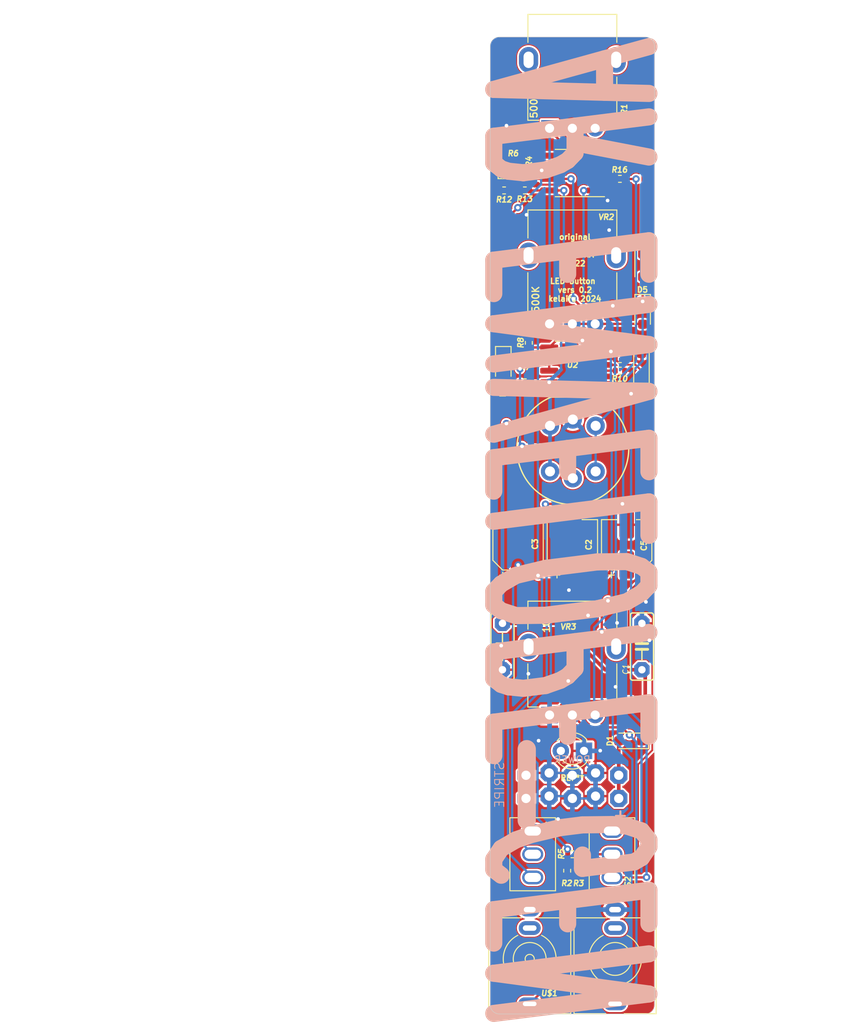
<source format=kicad_pcb>
(kicad_pcb (version 20240108) (generator "pcbnew") (generator_version "8.0")
  (layers (0 "F.Cu" signal) (31 "B.Cu" signal) (34 "B.Paste" user) (35 "F.Paste" user) (36 "B.SilkS" user "B.Silkscreen") (37 "F.SilkS" user "F.Silkscreen") (38 "B.Mask" user) (39 "F.Mask" user) (44 "Edge.Cuts" user))
  (net 0 "")
  (net 1 "GND")
  (net 2 "VCC")
  (net 3 "VCOMP")
  (net 4 "VREF")
  (net 5 "N$20")
  (net 6 "N$21")
  (net 7 "N$22")
  (net 8 "N$23")
  (net 9 "N$24")
  (net 10 "N$25")
  (net 11 "N$26")
  (net 12 "N$27")
  (net 13 "N$28")
  (net 14 "N$29")
  (net 15 "N$30")
  (net 16 "N$32")
  (net 17 "N$48")
  (net 18 "N$33")
  (net 19 "N$1")
  (net 20 "N$2")
  (net 21 "N$3")
  (net 22 "N$4")
  (net 23 "N$5")
  (net 24 "N$6")
  (footprint "Resistor_SMD:R_0402_1005Metric" (layer "F.Cu") (at 4.78 18.09 90)
    (property "Reference" "R4" (at 1.44 -0.025 90) (layer "F.SilkS") (effects (font (size 0.6 0.6) (thickness 0.15) (italic yes))))
    (property "Value" "22K")
    (pad "1" smd roundrect (at -0.509999 0 90) (size 0.54 0.64) (layers "F.Cu" "F.Paste" "F.Mask") (net 9 "N$24"))
    (pad "2" smd roundrect (at 0.509999 0 90) (size 0.54 0.64) (layers "F.Cu" "F.Paste" "F.Mask") (net 16 "N$32"))
  )
  (footprint "Capacitor_SMD:CP_Elec_5x5.4" (layer "F.Cu") (at 15.45 58.62 90)
    (property "Reference" "C5" (at -0.08 1.89 90) (layer "F.SilkS") (effects (font (size 0.6 0.6))))
    (property "Value" "10U")
    (pad "1" smd roundrect (at -2.2 0 90) (size 3 1.6) (layers "F.Cu" "F.Paste" "F.Mask") (roundrect_rratio 0.15625) (net 2 "VCC"))
    (pad "2" smd roundrect (at 2.2 0 90) (size 3 1.6) (layers "F.Cu" "F.Paste" "F.Mask") (roundrect_rratio 0.15625) (net 1 "GND"))
  )
  (footprint "Diode_SMD:D_SOD-323_HandSoldering" (layer "F.Cu") (at 17.2 33.21 -90)
    (property "Reference" "D5" (at -2.53 0.02 0) (layer "F.SilkS") (effects (font (size 0.6 0.6))))
    (property "Value" "4148")
    (pad "1" smd roundrect (at -1.25 0 270) (size 1 1) (layers "F.Cu" "F.Paste" "F.Mask") (net 12 "N$27"))
    (pad "2" smd roundrect (at 1.25 0 270) (size 1 1) (layers "F.Cu" "F.Paste" "F.Mask") (net 13 "N$28"))
  )
  (footprint "Resistor_SMD:R_0603_1608Metric" (layer "F.Cu") (at 3 17.75 -90)
    (property "Reference" "R6" (at -2 0 0) (layer "F.SilkS") (effects (font (size 0.6 0.6) (thickness 0.15) (italic yes))))
    (property "Value" "82K" (at -1 1.25 90) (layer "F.SilkS" knockout) (effects (font (size 0.6 0.6) (thickness 0.12) (bold yes) (italic yes)) (justify right)))
    (pad "1" smd roundrect (at -0.825 0 270) (size 0.8 0.95) (layers "F.Cu" "F.Paste" "F.Mask") (net 16 "N$32"))
    (pad "2" smd roundrect (at 0.825 0 270) (size 0.8 0.95) (layers "F.Cu" "F.Paste" "F.Mask") (net 4 "VREF"))
  )
  (footprint "Package_SO:SOP-8_3.76x4.96mm_P1.27mm" (layer "F.Cu") (at 9.5 38.91 180)
    (property "Reference" "U2" (at 0 0 0) (layer "F.SilkS") (effects (font (size 0.6 0.6) (thickness 0.15) (italic yes))))
    (property "Value" "LM358")
    (pad "1" smd roundrect (at -2.5375 -1.905 180) (size 1.975 0.65) (layers "F.Cu" "F.Paste" "F.Mask") (net 8 "N$23"))
    (pad "2" smd roundrect (at -2.5375 -0.635 180) (size 1.975 0.65) (layers "F.Cu" "F.Paste" "F.Mask") (net 3 "VCOMP"))
    (pad "3" smd roundrect (at -2.5375 0.635 180) (size 1.975 0.65) (layers "F.Cu" "F.Paste" "F.Mask") (net 5 "N$20"))
    (pad "4" smd roundrect (at -2.5375 1.905 180) (size 1.975 0.65) (layers "F.Cu" "F.Paste" "F.Mask") (net 1 "GND"))
    (pad "5" smd roundrect (at 2.5375 1.905 180) (size 1.975 0.65) (layers "F.Cu" "F.Paste" "F.Mask") (net 17 "N$48"))
    (pad "6" smd roundrect (at 2.5375 0.635 180) (size 1.975 0.65) (layers "F.Cu" "F.Paste" "F.Mask") (net 23 "N$5"))
    (pad "7" smd roundrect (at 2.5375 -0.635 180) (size 1.975 0.65) (layers "F.Cu" "F.Paste" "F.Mask") (net 23 "N$5"))
    (pad "8" smd roundrect (at 2.5375 -1.905 180) (size 1.975 0.65) (layers "F.Cu" "F.Paste" "F.Mask") (net 2 "VCC"))
  )
  (footprint "Package_SO:SOP-8_3.76x4.96mm_P1.27mm" (layer "F.Cu") (at 9.5 17.9 180)
    (property "Reference" "U1" (at -0.14 1.72 0) (layer "F.SilkS") (effects (font (size 0.6 0.6) (thickness 0.15) (italic yes))))
    (property "Value" "LM358")
    (pad "1" smd roundrect (at -2.5375 -1.905 180) (size 1.975 0.65) (layers "F.Cu" "F.Paste" "F.Mask") (net 17 "N$48"))
    (pad "2" smd roundrect (at -2.5375 -0.635 180) (size 1.975 0.65) (layers "F.Cu" "F.Paste" "F.Mask") (net 17 "N$48"))
    (pad "3" smd roundrect (at -2.5375 0.635 180) (size 1.975 0.65) (layers "F.Cu" "F.Paste" "F.Mask") (net 15 "N$30"))
    (pad "4" smd roundrect (at -2.5375 1.905 180) (size 1.975 0.65) (layers "F.Cu" "F.Paste" "F.Mask") (net 1 "GND"))
    (pad "5" smd roundrect (at 2.5375 1.905 180) (size 1.975 0.65) (layers "F.Cu" "F.Paste" "F.Mask") (net 16 "N$32"))
    (pad "6" smd roundrect (at 2.5375 0.635 180) (size 1.975 0.65) (layers "F.Cu" "F.Paste" "F.Mask") (net 18 "N$33"))
    (pad "7" smd roundrect (at 2.5375 -0.635 180) (size 1.975 0.65) (layers "F.Cu" "F.Paste" "F.Mask") (net 9 "N$24"))
    (pad "8" smd roundrect (at 2.5375 -1.905 180) (size 1.975 0.65) (layers "F.Cu" "F.Paste" "F.Mask") (net 2 "VCC"))
  )
  (footprint "Resistor_SMD:R_0402_1005Metric" (layer "F.Cu") (at 14.710001 18.535)
    (property "Reference" "R16" (at -0.050001 -0.995 0) (layer "F.SilkS") (effects (font (size 0.6 0.6) (thickness 0.15) (italic yes))))
    (property "Value" "4K7")
    (pad "1" smd roundrect (at -0.51 0) (size 0.54 0.64) (layers "F.Cu" "F.Paste" "F.Mask") (net 17 "N$48"))
    (pad "2" smd roundrect (at 0.51 0) (size 0.54 0.64) (layers "F.Cu" "F.Paste" "F.Mask") (net 22 "N$4"))
  )
  (footprint "_kicad_footprints:Potentiometer_Alpha_RD901F-40-00D_Single_Vertical_centered" (layer "F.Cu") (at 9.5 69.759375 90)
    (property "Reference" "VR3" (at 2.165 -0.460001 0) (layer "F.SilkS") (effects (font (size 0.6 0.6) (thickness 0.15) (italic yes))))
    (property "Value" "100K")
    (fp_text user "${VALUE}" (at 2.955001 -2.850001 90) (layer "F.SilkS") (effects (font (size 0.75 0.75))))
    (pad "" thru_hole oval (at 0 -4.800001 180) (size 2.1 2.8) (drill oval 1.1 1.8) (layers "*.Cu" "*.Mask"))
    (pad "" thru_hole oval (at 0 4.800001 180) (size 2.1 2.8) (drill oval 1.1 1.8) (layers "*.Cu" "*.Mask"))
    (pad "1" thru_hole rect (at -7.5 -2.5 180) (size 1.8 1.8) (drill 1) (layers "*.Cu" "*.Mask") (net 1 "GND"))
    (pad "2" thru_hole circle (at -7.5 0 180) (size 1.8 1.8) (drill 1) (layers "*.Cu" "*.Mask") (net 21 "N$3"))
    (pad "3" thru_hole circle (at -7.5 2.5 180) (size 1.8 1.8) (drill 1) (layers "*.Cu" "*.Mask") (net 22 "N$4"))
  )
  (footprint "000_7,5MM_FOIL_STANDARD" (layer "F.Cu") (at 17.12 69.759375 90)
    (property "Reference" "C1" (at -3.160625 -1.78 90) (layer "F.SilkS") (effects (font (size 0.6 0.6) (thickness 0.09144) (italic yes)) (justify left)))
    (property "Value" "100N")
    (pad "1" thru_hole roundrect (at -2.54 0 90) (size 1.6764 1.6764) (drill 0.8128) (layers "*.Cu" "*.Mask") (chamfer_ratio 0.25) (chamfer top_left top_right bottom_left bottom_right) (net 2 "VCC"))
    (pad "2" thru_hole roundrect (at 2.54 0 90) (size 1.6764 1.6764) (drill 0.8128) (layers "*.Cu" "*.Mask") (chamfer_ratio 0.25) (chamfer top_left top_right bottom_left bottom_right) (net 1 "GND"))
  )
  (footprint "Diode_SMD:D_SOD-323_HandSoldering" (layer "F.Cu") (at 15.84 80.09 180)
    (property "Reference" "D1" (at 2.22 0.01 -90) (layer "F.SilkS") (effects (font (size 0.6 0.6))))
    (property "Value" "5817")
    (pad "1" smd roundrect (at -1.25 0 180) (size 1 1) (layers "F.Cu" "F.Paste" "F.Mask") (net 2 "VCC"))
    (pad "2" smd roundrect (at 1.25 0 180) (size 1 1) (layers "F.Cu" "F.Paste" "F.Mask") (net 19 "N$1"))
  )
  (footprint "_kicad_footprints:thonkiconn_offset" (layer "F.Cu") (at 14.178334 103.9725)
    (property "Reference" "U$2" (at 2.14 3.76 0) (layer "F.SilkS") (effects (font (size 0.6 0.6) (thickness 0.15) (italic yes))))
    (property "Value" "OUT")
    (pad "GND" thru_hole oval (at 0 -5.4 180) (size 2.2 1.5) (drill oval 1.3 0.6) (layers "*.Cu" "*.Mask") (net 1 "GND"))
    (pad "P$1" thru_hole oval (at 0 4.92 180) (size 2.5 1.4) (drill oval 1.5 0.5) (layers "*.Cu" "*.Mask") (net 21 "N$3"))
    (pad "TN" thru_hole oval (at 0 -3.38 180) (size 2.4 1.5) (drill oval 1.5 0.6) (layers "*.Cu" "*.Mask"))
  )
  (footprint "Diode_SMD:D_SOD-323_HandSoldering" (layer "F.Cu") (at 17.070002 38.91 90)
    (property "Reference" "D3" (at 2.53 -0.020002 180) (layer "F.SilkS") (effects (font (size 0.6 0.6))))
    (property "Value" "bat85")
    (pad "1" smd roundrect (at -1.25 0 90) (size 1 1) (layers "F.Cu" "F.Paste" "F.Mask") (net 5 "N$20"))
    (pad "2" smd roundrect (at 1.25 0 90) (size 1 1) (layers "F.Cu" "F.Paste" "F.Mask") (net 1 "GND"))
  )
  (footprint "Resistor_SMD:R_0402_1005Metric" (layer "F.Cu") (at 10.2 94.309999 90)
    (property "Reference" "R3" (at -1.380001 -0.04 0) (layer "F.SilkS") (effects (font (size 0.6 0.6) (thickness 0.15) (italic yes))))
    (property "Value" "100k")
    (pad "1" smd roundrect (at -0.509999 0 90) (size 0.54 0.64) (layers "F.Cu" "F.Paste" "F.Mask") (net 1 "GND"))
    (pad "2" smd roundrect (at 0.509999 0 90) (size 0.54 0.64) (layers "F.Cu" "F.Paste" "F.Mask") (net 5 "N$20"))
  )
  (footprint "Resistor_SMD:R_0402_1005Metric" (layer "F.Cu") (at 4.29 40.815)
    (property "Reference" "R11" (at -0.01 0.855 0) (layer "F.SilkS") (effects (font (size 0.6 0.6) (thickness 0.15) (italic yes))))
    (property "Value" "22K")
    (pad "1" smd roundrect (at -0.51 0) (size 0.54 0.64) (layers "F.Cu" "F.Paste" "F.Mask") (net 3 "VCOMP"))
    (pad "2" smd roundrect (at 0.51 0) (size 0.54 0.64) (layers "F.Cu" "F.Paste" "F.Mask") (net 2 "VCC"))
  )
  (footprint "Button_Switch_THT:Push_E-Switch_KS01Q01" (layer "F.Cu") (at 12.05 50.58245 180)
    (property "Reference" "REF**" (hide yes))
    (property "Value" "Push_E-Switch_KS01Q01")
    (pad "1" thru_hole circle (at 0 0 180) (size 2 2) (drill 1.1) (layers "*.Cu" "*.Mask") (net 7 "N$22"))
    (pad "2" thru_hole circle (at 5 0 180) (size 2 2) (drill 1.1) (layers "*.Cu" "*.Mask") (net 2 "VCC"))
    (pad "3" thru_hole circle (at 0 5 180) (size 2 2) (drill 1.1) (layers "*.Cu" "*.Mask") (net 7 "N$22"))
    (pad "4" thru_hole circle (at 5 5 180) (size 2 2) (drill 1.1) (layers "*.Cu" "*.Mask") (net 2 "VCC"))
    (pad "LED+" thru_hole circle (at 2.5 -0.75 180) (size 2 2) (drill 1.1) (layers "*.Cu" "*.Mask") (net 24 "N$6"))
    (pad "LED-" thru_hole circle (at 2.5 5.69 180) (size 2 2) (drill 1.1) (layers "*.Cu" "*.Mask") (net 1 "GND"))
  )
  (footprint "Capacitor_SMD:CP_Elec_5x5.4" (layer "F.Cu") (at 9.5 58.62 90)
    (property "Reference" "C2" (at 0.01 1.8 90) (layer "F.SilkS") (effects (font (size 0.6 0.6))))
    (property "Value" "2U2")
    (pad "1" smd roundrect (at -2.2 0 90) (size 3 1.6) (layers "F.Cu" "F.Paste" "F.Mask") (roundrect_rratio 0.15625) (net 15 "N$30"))
    (pad "2" smd roundrect (at 2.2 0 90) (size 3 1.6) (layers "F.Cu" "F.Paste" "F.Mask") (roundrect_rratio 0.15625) (net 1 "GND"))
  )
  (footprint "Resistor_SMD:R_0402_1005Metric" (layer "F.Cu") (at 14.710001 38.275)
    (property "Reference" "R1" (at 0.009999 -0.855 0) (layer "F.SilkS") (effects (font (size 0.6 0.6) (thickness 0.15) (italic yes))))
    (property "Value" "22K")
    (pad "1" smd roundrect (at -0.509999 0) (size 0.54 0.64) (layers "F.Cu" "F.Paste" "F.Mask") (net 5 "N$20"))
    (pad "2" smd roundrect (at 0.509999 0) (size 0.54 0.64) (layers "F.Cu" "F.Paste" "F.Mask") (net 7 "N$22"))
  )
  (footprint "_new kicad footprints:sm_SPDT_rec_lug.2" (layer "F.Cu") (at 5.155001 92.507477 180)
    (property "Reference" "S3" (at -1.797666 2.9615 -90) (layer "F.SilkS") (effects (font (size 0.6 0.6) (thickness 0.15) (italic yes))))
    (property "Value" "TIME")
    (pad "1" thru_hole oval (at 0 -2.54 180) (size 2.3 1.5) (drill oval 1.8 1) (layers "*.Cu" "*.Mask") (net 14 "N$29"))
    (pad "2" thru_hole oval (at 0 0 180) (size 2.3 1.5) (drill oval 1.8 1) (layers "*.Cu" "*.Mask") (net 15 "N$30"))
    (pad "3" thru_hole oval (at 0 2.54 180) (size 2.3 1.5) (drill oval 1.8 1) (layers "*.Cu" "*.Mask"))
  )
  (footprint "000_7,5MM_FOIL_STANDARD" (layer "F.Cu") (at 1.84 69.759375 -90)
    (property "Reference" "C4" (at -4.26 -0.63 0) (layer "F.SilkS") (effects (font (size 0.6 0.6) (thickness 0.09144) (italic yes)) (justify right)))
    (property "Value" "100N")
    (pad "1" thru_hole roundrect (at -2.54 0 270) (size 1.6764 1.6764) (drill 0.8128) (layers "*.Cu" "*.Mask") (chamfer_ratio 0.25) (chamfer top_left top_right bottom_left bottom_right) (net 2 "VCC"))
    (pad "2" thru_hole roundrect (at 2.54 0 270) (size 1.6764 1.6764) (drill 0.8128) (layers "*.Cu" "*.Mask") (chamfer_ratio 0.25) (chamfer top_left top_right bottom_left bottom_right) (net 1 "GND"))
  )
  (footprint "Resistor_SMD:R_0603_1608Metric" (layer "F.Cu") (at 16.66 75.73)
    (property "Reference" "REF**" (hide yes))
    (property "Value" "1k")
    (pad "1" smd roundrect (at -0.825 0) (size 0.8 0.95) (layers "F.Cu" "F.Paste" "F.Mask") (net 2 "VCC"))
    (pad "2" smd roundrect (at 0.825 0) (size 0.8 0.95) (layers "F.Cu" "F.Paste" "F.Mask") (net 2 "VCC"))
  )
  (footprint "Resistor_SMD:R_0402_1005Metric" (layer "F.Cu") (at 14.710001 39.545 180)
    (property "Reference" "R10" (at 0.040001 -0.885 0) (layer "F.SilkS") (effects (font (size 0.6 0.6) (thickness 0.15) (italic yes))))
    (property "Value" "2K2")
    (pad "1" smd roundrect (at -0.51 0 180) (size 0.54 0.64) (layers "F.Cu" "F.Paste" "F.Mask") (net 1 "GND"))
    (pad "2" smd roundrect (at 0.51 0 180) (size 0.54 0.64) (layers "F.Cu" "F.Paste" "F.Mask") (net 3 "VCOMP"))
  )
  (footprint "_kicad_footprints:thonkiconn_offset" (layer "F.Cu") (at 4.821667 103.9725)
    (property "Reference" "U$1" (at 2.14 3.76 0) (layer "F.SilkS") (effects (font (size 0.6 0.6) (thickness 0.15) (italic yes))))
    (property "Value" "GATE")
    (pad "GND" thru_hole oval (at 0 -5.4 180) (size 2.2 1.5) (drill oval 1.3 0.6) (layers "*.Cu" "*.Mask") (net 1 "GND"))
    (pad "P$1" thru_hole oval (at 0 4.92 180) (size 2.5 1.4) (drill oval 1.5 0.5) (layers "*.Cu" "*.Mask") (net 6 "N$21"))
    (pad "TN" thru_hole oval (at 0 -3.38 180) (size 2.4 1.5) (drill oval 1.5 0.6) (layers "*.Cu" "*.Mask"))
  )
  (footprint "Diode_SMD:D_SOD-323_HandSoldering" (layer "F.Cu") (at 1.93 38.91 -90)
    (property "Reference" "D2" (at 2.95 0.04 -90) (layer "F.SilkS") (effects (font (size 0.6 0.6))))
    (property "Value" "bat85")
    (pad "1" smd roundrect (at -1.25 0 270) (size 1 1) (layers "F.Cu" "F.Paste" "F.Mask") (net 17 "N$48"))
    (pad "2" smd roundrect (at 1.25 0 270) (size 1 1) (layers "F.Cu" "F.Paste" "F.Mask") (net 1 "GND"))
  )
  (footprint "Resistor_SMD:R_0402_1005Metric" (layer "F.Cu") (at 4.73 36.495001 90)
    (property "Reference" "R8" (at -0.014999 -0.89 90) (layer "F.SilkS") (effects (font (size 0.6 0.6) (thickness 0.15) (italic yes))))
    (property "Value" "100K")
    (pad "1" smd roundrect (at -0.509999 0 90) (size 0.54 0.64) (layers "F.Cu" "F.Paste" "F.Mask") (net 17 "N$48"))
    (pad "2" smd roundrect (at 0.509999 0 90) (size 0.54 0.64) (layers "F.Cu" "F.Paste" "F.Mask") (net 18 "N$33"))
  )
  (footprint "Diode_SMD:D_SOD-323_HandSoldering" (layer "F.Cu") (at 17.2 28.01 -90)
    (property "Reference" "D4" (at -2.49 0.01 0) (layer "F.SilkS") (effects (font (size 0.6 0.6))))
    (property "Value" "4148")
    (pad "1" smd roundrect (at -1.25 0 270) (size 1 1) (layers "F.Cu" "F.Paste" "F.Mask") (net 11 "N$26"))
    (pad "2" smd roundrect (at 1.25 0 270) (size 1 1) (layers "F.Cu" "F.Paste" "F.Mask") (net 12 "N$27"))
  )
  (footprint "Capacitor_SMD:CP_Elec_5x5.4" (layer "F.Cu") (at 3.55 58.62 90)
    (property "Reference" "C3" (at 0.08 1.86 90) (layer "F.SilkS") (effects (font (size 0.6 0.6))))
    (property "Value" "10U")
    (pad "1" smd roundrect (at -2.2 0 90) (size 3 1.6) (layers "F.Cu" "F.Paste" "F.Mask") (roundrect_rratio 0.15625) (net 14 "N$29"))
    (pad "2" smd roundrect (at 2.2 0 90) (size 3 1.6) (layers "F.Cu" "F.Paste" "F.Mask") (roundrect_rratio 0.15625) (net 1 "GND"))
  )
  (footprint "Resistor_SMD:R_0402_1005Metric" (layer "F.Cu") (at 4.29 38.275)
    (property "Reference" "R7" (at -0.01 0.885 0) (layer "F.SilkS") (effects (font (size 0.6 0.6) (thickness 0.15) (italic yes))))
    (property "Value" "4K7")
    (pad "1" smd roundrect (at -0.51 0) (size 0.54 0.64) (layers "F.Cu" "F.Paste" "F.Mask") (net 24 "N$6"))
    (pad "2" smd roundrect (at 0.51 0) (size 0.54 0.64) (layers "F.Cu" "F.Paste" "F.Mask") (net 23 "N$5"))
  )
  (footprint "Resistor_SMD:R_0402_1005Metric" (layer "F.Cu") (at 8.930001 94.309999 90)
    (property "Reference" "R2" (at -1.370001 -0.060001 0) (layer "F.SilkS") (effects (font (size 0.6 0.6) (thickness 0.15) (italic yes))))
    (property "Value" "10K")
    (pad "1" smd roundrect (at -0.509999 0 90) (size 0.54 0.64) (layers "F.Cu" "F.Paste" "F.Mask") (net 6 "N$21"))
    (pad "2" smd roundrect (at 0.509999 0 90) (size 0.54 0.64) (layers "F.Cu" "F.Paste" "F.Mask") (net 5 "N$20"))
  )
  (footprint "Resistor_SMD:R_0402_1005Metric" (layer "F.Cu") (at 4.29 19.805)
    (property "Reference" "R13" (at -0.04 0.945 0) (layer "F.SilkS") (effects (font (size 0.6 0.6) (thickness 0.15) (italic yes))))
    (property "Value" "10K")
    (pad "1" smd roundrect (at -0.509999 0) (size 0.54 0.64) (layers "F.Cu" "F.Paste" "F.Mask") (net 4 "VREF"))
    (pad "2" smd roundrect (at 0.509999 0) (size 0.54 0.64) (layers "F.Cu" "F.Paste" "F.Mask") (net 2 "VCC"))
  )
  (footprint "LED_THT:LED_D3.0mm" (layer "F.Cu") (at 10.775 81.18621 180)
    (property "Reference" "REF**" (at 1.270001 -2.96 0) (layer "F.SilkS") (effects (font (size 0.6 0.6))))
    (property "Value" "LED_D3.0mm")
    (pad "1" thru_hole rect (at 0 0 180) (size 1.8 1.8) (drill 0.9) (layers "*.Cu" "*.Mask") (net 1 "GND"))
    (pad "2" thru_hole circle (at 2.54 0 180) (size 1.8 1.8) (drill 0.9) (layers "*.Cu" "*.Mask") (net 2 "VCC"))
  )
  (footprint "_new kicad footprints:sm_SPDT_rec_lug.2" (layer "F.Cu") (at 13.845002 92.507477 180)
    (property "Reference" "S2" (at -1.74 -3.03 -90) (layer "F.SilkS") (effects (font (size 0.6 0.6) (thickness 0.15) (italic yes))))
    (property "Value" "LOOP")
    (pad "1" thru_hole oval (at 0 -2.54 180) (size 2.3 1.5) (drill oval 1.8 1) (layers "*.Cu" "*.Mask") (net 8 "N$23"))
    (pad "2" thru_hole oval (at 0 0 180) (size 2.3 1.5) (drill oval 1.8 1) (layers "*.Cu" "*.Mask") (net 10 "N$25"))
    (pad "3" thru_hole oval (at 0 2.54 180) (size 2.3 1.5) (drill oval 1.8 1) (layers "*.Cu" "*.Mask") (net 9 "N$24"))
  )
  (footprint "Resistor_SMD:R_0402_1005Metric" (layer "F.Cu") (at 9.500001 92.507477 180)
    (property "Reference" "R5" (at 1.200001 0.007477 90) (layer "F.SilkS") (effects (font (size 0.6 0.6) (thickness 0.15) (italic yes))))
    (property "Value" "220R")
    (pad "1" smd roundrect (at -0.509999 0 180) (size 0.54 0.64) (layers "F.Cu" "F.Paste" "F.Mask") (net 10 "N$25"))
    (pad "2" smd roundrect (at 0.509999 0 180) (size 0.54 0.64) (layers "F.Cu" "F.Paste" "F.Mask") (net 12 "N$27"))
  )
  (footprint "_kicad_footprints:Potentiometer_Alpha_RD901F-40-00D_Single_Vertical_centered" (layer "F.Cu") (at 9.5 5.497375 90)
    (property "Reference" "VR1" (at -5.702625 5.69 -90) (layer "F.SilkS") (effects (font (size 0.6 0.6) (thickness 0.15) (italic yes))))
    (property "Value" "500K")
    (fp_text user "${VALUE}" (at -4.952625 -4.21 90) (layer "F.SilkS") (effects (font (size 0.75 0.75))))
    (pad "" thru_hole oval (at 0 -4.8 180) (size 2.1 2.8) (drill oval 1.1 1.8) (layers "*.Cu" "*.Mask"))
    (pad "" thru_hole oval (at 0 4.8 180) (size 2.1 2.8) (drill oval 1.1 1.8) (layers "*.Cu" "*.Mask"))
    (pad "1" thru_hole rect (at -7.5 -2.5 180) (size 1.8 1.8) (drill 1) (layers "*.Cu" "*.Mask") (net 15 "N$30"))
    (pad "2" thru_hole circle (at -7.5 0 180) (size 1.8 1.8) (drill 1) (layers "*.Cu" "*.Mask") (net 11 "N$26"))
    (pad "3" thru_hole circle (at -7.5 2.5 180) (size 1.8 1.8) (drill 1) (layers "*.Cu" "*.Mask") (net 11 "N$26"))
  )
  (footprint "Resistor_SMD:R_0402_1005Metric" (layer "F.Cu") (at 2.02 19.805)
    (property "Reference" "R12" (at -0.02 1 360) (layer "F.SilkS") (effects (font (size 0.6 0.6) (thickness 0.15) (italic yes))))
    (property "Value" "10K")
    (pad "1" smd roundrect (at -0.509999 0) (size 0.54 0.64) (layers "F.Cu" "F.Paste" "F.Mask") (net 1 "GND"))
    (pad "2" smd roundrect (at 0.509999 0) (size 0.54 0.64) (layers "F.Cu" "F.Paste" "F.Mask") (net 4 "VREF"))
  )
  (footprint "_kicad_footprints:Potentiometer_Alpha_RD901F-40-00D_Single_Vertical_centered" (layer "F.Cu") (at 9.5 26.918041 90)
    (property "Reference" "VR2" (at 4.198041 3.7 0) (layer "F.SilkS") (effects (font (size 0.6 0.6) (thickness 0.15) (italic yes))))
    (property "Value" "500K")
    (fp_text user "${VALUE}" (at -4.811959 -4.02 90) (layer "F.SilkS") (effects (font (size 0.75 0.75))))
    (pad "" thru_hole oval (at 0 -4.8 180) (size 2.1 2.8) (drill oval 1.1 1.8) (layers "*.Cu" "*.Mask"))
    (pad "" thru_hole oval (at 0 4.8 180) (size 2.1 2.8) (drill oval 1.1 1.8) (layers "*.Cu" "*.Mask"))
    (pad "1" thru_hole rect (at -7.5 -2.5 180) (size 1.8 1.8) (drill 1) (layers "*.Cu" "*.Mask") (net 15 "N$30"))
    (pad "2" thru_hole circle (at -7.5 0 180) (size 1.8 1.8) (drill 1) (layers "*.Cu" "*.Mask") (net 13 "N$28"))
    (pad "3" thru_hole circle (at -7.5 2.5 180) (size 1.8 1.8) (drill 1) (layers "*.Cu" "*.Mask") (net 13 "N$28"))
  )
  (footprint "EURO_PWR_HEADER_LOCK" (layer "B.Cu") (at 9.5 85)
    (property "Reference" "SV1" (hide yes))
    (property "Value" "POWER" (hide yes))
    (fp_text user "+" (at 4.31 3.97 0) (layer "B.SilkS") (effects (font (size 1.2954 1.2954) (thickness 0.2286)) (justify right bottom mirror)))
    (fp_text user "STRIPE" (at -7.39 -0.08 90) (layer "B.SilkS") (effects (font (thickness 0.1)) (justify bottom mirror)))
    (fp_text user "-" (at -4.318231 2.54 90) (layer "B.SilkS") (effects (font (size 1.2954 1.2954) (thickness 0.2286)) (justify left bottom mirror)))
    (fp_text user "POWER" (at -0.01 -2.39 0) (layer "B.SilkS") (effects (font (size 0.78232 0.78232) (thickness 0.10668)) (justify bottom mirror)))
    (pad "GND1" thru_hole roundrect (at -2.54 1.143) (size 1.8796 1.8796) (drill 1.016) (layers "*.Cu" "*.Mask") (chamfer_ratio 0.25) (chamfer top_left top_right bottom_left bottom_right) (net 1 "GND"))
    (pad "GND2" thru_hole roundrect (at -2.54 -1.397) (size 1.8796 1.8796) (drill 1.016) (layers "*.Cu" "*.Mask") (chamfer_ratio 0.25) (chamfer top_left top_right bottom_left bottom_right) (net 1 "GND"))
    (pad "GND3" thru_hole roundrect (at 0 1.397) (size 1.8796 1.8796) (drill 1.016) (layers "*.Cu" "*.Mask") (chamfer_ratio 0.25) (chamfer top_left top_right bottom_left bottom_right) (net 1 "GND"))
    (pad "GND4" thru_hole roundrect (at 0 -1.143) (size 1.8796 1.8796) (drill 1.016) (layers "*.Cu" "*.Mask") (chamfer_ratio 0.25) (chamfer top_left top_right bottom_left bottom_right) (net 1 "GND"))
    (pad "GND5" thru_hole roundrect (at 2.54 1.143) (size 1.8796 1.8796) (drill 1.016) (layers "*.Cu" "*.Mask") (chamfer_ratio 0.25) (chamfer top_left top_right bottom_left bottom_right) (net 1 "GND"))
    (pad "GND6" thru_hole roundrect (at 2.54 -1.397) (size 1.8796 1.8796) (drill 1.016) (layers "*.Cu" "*.Mask") (chamfer_ratio 0.25) (chamfer top_left top_right bottom_left bottom_right) (net 1 "GND"))
    (pad "NEG1" thru_hole roundrect (at -5.08 1.397) (size 1.8796 1.8796) (drill 1.016) (layers "*.Cu" "*.Mask") (chamfer_ratio 0.25) (chamfer top_left top_right bottom_left bottom_right) (net 20 "N$2"))
    (pad "NEG2" thru_hole roundrect (at -5.08 -1.143) (size 1.8796 1.8796) (drill 1.016) (layers "*.Cu" "*.Mask") (chamfer_ratio 0.25) (chamfer top_left top_right bottom_left bottom_right) (net 20 "N$2"))
    (pad "POS1" thru_hole roundrect (at 5.08 1.397) (size 1.8796 1.8796) (drill 1.016) (layers "*.Cu" "*.Mask") (chamfer_ratio 0.25) (chamfer top_left top_right bottom_left bottom_right) (net 19 "N$1"))
    (pad "POS2" thru_hole roundrect (at 5.08 -1.143) (size 1.8796 1.8796) (drill 1.016) (layers "*.Cu" "*.Mask") (chamfer_ratio 0.25) (chamfer top_left top_right bottom_left bottom_right) (net 19 "N$1"))
  )
  (gr_line (start 4.5 81) (end 4.5 88.8) (stroke (width 2)) (layer "B.SilkS"))
  (gr_line (start 17.5 3) (end 1.5 3) (stroke (width 0.05)) (layer "Edge.Cuts"))
  (gr_arc (start 1.5 110) (mid 0.792893 109.707107) (end 0.5 109) (stroke (width 0.05)) (layer "Edge.Cuts"))
  (gr_line (start 0.5 4) (end 0.5 109) (stroke (width 0.05)) (layer "Edge.Cuts"))
  (gr_line (start 1.5 110) (end 17.5 110) (stroke (width 0.05)) (layer "Edge.Cuts"))
  (gr_arc (start 18.500003 108.999997) (mid 18.207111 109.707107) (end 17.500003 109.999997) (stroke (width 0.05)) (layer "Edge.Cuts"))
  (gr_line (start 18.500003 108.999997) (end 18.500003 3.999998) (stroke (width 0.05)) (layer "Edge.Cuts"))
  (gr_arc (start 0.5 4) (mid 0.792894 3.292894) (end 1.5 3) (stroke (width 0.05)) (layer "Edge.Cuts"))
  (gr_arc (start 17.5 3) (mid 18.207106 3.292893) (end 18.500003 3.999998) (stroke (width 0.05)) (layer "Edge.Cuts"))
  (gr_text "AR ENVELOPE GEN" (at 20.066982 2.182148 90) (layer "B.SilkS") (effects (font (size 17 7.7) (thickness 1.875) (bold yes) (italic yes)) (justify left bottom mirror)))
  (gr_text "original\nmodule\nS.JAZURA\n2022\n\nLED button \nvers 0.2\nkelaifu 2024" (at 9.78 32.02 0) (layer "F.SilkS") (effects (font (size 0.6 0.6)) (justify bottom)))
  (via (at 9.12 63.58) (size 0.8) (drill 0.4) (layers "F.Cu" "B.Cu") (net 1))
  (via (at 4.480278 22.47) (size 0.8) (drill 0.4) (layers "F.Cu" "B.Cu") (net 1))
  (via (at 14.4 67.17) (size 0.8) (drill 0.4) (layers "F.Cu" "B.Cu") (net 1))
  (via (at 12.55 81.16) (size 0.8) (drill 0.4) (layers "F.Cu" "B.Cu") (net 1))
  (via (at 2.28 12.71) (size 0.8) (drill 0.4) (layers "F.Cu" "B.Cu") (net 1))
  (via (at 4.68 72.74) (size 0.8) (drill 0.4) (layers "F.Cu" "B.Cu") (net 1))
  (via (at 5.8 80.07) (size 0.8) (drill 0.4) (layers "F.Cu" "B.Cu") (net 1))
  (via (at 9.05 73.53) (size 0.8) (drill 0.4) (layers "F.Cu" "B.Cu") (net 1))
  (via (at 17.56 64.87) (size 0.8) (drill 0.4) (layers "F.Cu" "B.Cu") (net 1))
  (via (at 13.360278 20.91) (size 0.8) (drill 0.4) (layers "F.Cu" "B.Cu") (net 1))
  (via (at 1.7 69.66) (size 0.8) (drill 0.4) (layers "F.Cu" "B.Cu") (net 1))
  (via (at 11.22 66.35) (size 0.8) (drill 0.4) (layers "F.Cu" "B.Cu") (net 1))
  (via (at 13.530278 24.148) (size 0.8) (drill 0.4) (layers "F.Cu" "B.Cu") (net 1))
  (via (at 7.93 88.65) (size 0.8) (drill 0.4) (layers "F.Cu" "B.Cu") (net 1))
  (via (at 17.94 69.08) (size 0.8) (drill 0.4) (layers "F.Cu" "B.Cu") (net 1))
  (via (at 14.23 74.17) (size 0.8) (drill 0.4) (layers "F.Cu" "B.Cu") (net 1))
  (segment (start 9.246 83.603) (end 9.5 83.857) (width 0.25) (layer "B.Cu") (net 1))
  (segment (start 9.246 86.143) (end 9.5 86.397) (width 0.25) (layer "B.Cu") (net 1))
  (segment (start 10.775 82.338) (end 12.04 83.603) (width 0.25) (layer "B.Cu") (net 1))
  (segment (start 6.96 83.603) (end 9.246 83.603) (width 0.25) (layer "B.Cu") (net 1))
  (segment (start 11.786 83.857) (end 12.04 83.603) (width 0.25) (layer "B.Cu") (net 1))
  (segment (start 11.786 86.397) (end 12.04 86.143) (width 0.25) (layer "B.Cu") (net 1))
  (segment (start 9.5 86.397) (end 11.786 86.397) (width 0.25) (layer "B.Cu") (net 1))
  (segment (start 9.5 83.857) (end 11.786 83.857) (width 0.25) (layer "B.Cu") (net 1))
  (segment (start 6.96 86.143) (end 9.246 86.143) (width 0.25) (layer "B.Cu") (net 1))
  (segment (start 10.775 81.18621) (end 10.775 82.338) (width 0.25) (layer "B.Cu") (net 1))
  (segment (start 8.275 81.14621) (end 8.235 81.18621) (width 0.25) (layer "F.Cu") (net 2))
  (segment (start 6.9675 19.81) (end 6.9625 19.805) (width 0.25) (layer "F.Cu") (net 2))
  (segment (start 6.629375 67.219375) (end 1.84 67.219375) (width 0.4) (layer "F.Cu") (net 2))
  (segment (start 15.835 75.73) (end 8.71 75.73) (width 0.25) (layer "F.Cu") (net 2))
  (segment (start 6.9625 19.805) (end 4.799999 19.805) (width 0.25) (layer "F.Cu") (net 2))
  (segment (start 17.49 72.669375) (end 17.485 72.674375) (width 0.4) (layer "F.Cu") (net 2))
  (segment (start 17.485 72.674375) (end 17.485 79.695) (width 0.4) (layer "F.Cu") (net 2))
  (segment (start 4.8 40.815) (end 6.9625 40.815) (width 0.25) (layer "F.Cu") (net 2))
  (segment (start 7.05 45.58245) (end 2.52245 45.58245) (width 0.4) (layer "F.Cu") (net 2))
  (segment (start 15.45 60.82) (end 14.41 60.82) (width 0.4) (layer "F.Cu") (net 2))
  (segment (start 13.090625 72.299375) (end 8.010625 67.219375) (width 0.4) (layer "F.Cu") (net 2))
  (segment (start 17.12 72.299375) (end 13.090625 72.299375) (width 0.4) (layer "F.Cu") (net 2))
  (segment (start 15.45 60.529687) (end 15.45 60.82) (width 0.4) (layer "F.Cu") (net 2))
  (segment (start 17.485 79.695) (end 17.09 80.09) (width 0.4) (layer "F.Cu") (net 2))
  (segment (start 8.563 19.81) (end 6.9675 19.81) (width 0.25) (layer "F.Cu") (net 2))
  (segment (start 14.41 60.82) (end 8.010625 67.219375) (width 0.4) (layer "F.Cu") (net 2))
  (segment (start 8.010625 67.219375) (end 6.629375 67.219375) (width 0.4) (layer "F.Cu") (net 2))
  (segment (start 2.52245 45.58245) (end 2.27 45.33) (width 0.4) (layer "F.Cu") (net 2))
  (segment (start 15.66 60.319687) (end 15.45 60.529687) (width 0.4) (layer "F.Cu") (net 2))
  (segment (start 8.275 76.165) (end 8.275 81.14621) (width 0.25) (layer "F.Cu") (net 2))
  (segment (start 8.71 75.73) (end 8.275 76.165) (width 0.25) (layer "F.Cu") (net 2))
  (via (at 6.9625 40.815) (size 0.8) (drill 0.4) (layers "F.Cu" "B.Cu") (net 2))
  (via (at 8.563 19.81) (size 0.8) (drill 0.4) (layers "F.Cu" "B.Cu") (net 2))
  (via (at 2.27 45.33) (size 0.8) (drill 0.4) (layers "F.Cu" "B.Cu") (net 2))
  (segment (start 8.563 19.81) (end 8.563 32.740305) (width 0.25) (layer "B.Cu") (net 2))
  (segment (start 1.84 45.76) (end 1.84 67.219375) (width 0.4) (layer "B.Cu") (net 2))
  (segment (start 7.0375 40.815) (end 6.9625 40.815) (width 0.25) (layer "B.Cu") (net 2))
  (segment (start 7.05 50.58245) (end 7.05 45.58245) (width 0.4) (layer "B.Cu") (net 2))
  (segment (start 7.05 40.8275) (end 7.0375 40.815) (width 0.25) (layer "B.Cu") (net 2))
  (segment (start 2.27 45.33) (end 1.84 45.76) (width 0.4) (layer "B.Cu") (net 2))
  (segment (start 8.275 33.028305) (end 8.275 39.4275) (width 0.25) (layer "B.Cu") (net 2))
  (segment (start 6.9625 40.74) (end 6.9625 40.815) (width 0.4) (layer "B.Cu") (net 2))
  (segment (start 7.05 45.58245) (end 7.05 40.8275) (width 0.4) (layer "B.Cu") (net 2))
  (segment (start 8.275 39.4275) (end 6.9625 40.74) (width 0.4) (layer "B.Cu") (net 2))
  (segment (start 8.563 32.740305) (end 8.275 33.028305) (width 0.25) (layer "B.Cu") (net 2))
  (segment (start 12.0375 39.545) (end 10.725 39.545) (width 0.25) (layer "F.Cu") (net 3))
  (segment (start 8.45 41.82) (end 4.785 41.82) (width 0.25) (layer "F.Cu") (net 3))
  (segment (start 14.200001 39.545) (end 12.0375 39.545) (width 0.25) (layer "F.Cu") (net 3))
  (segment (start 10.725 39.545) (end 8.45 41.82) (width 0.25) (layer "F.Cu") (net 3))
  (segment (start 4.785 41.82) (end 3.78 40.815) (width 0.25) (layer "F.Cu") (net 3))
  (segment (start 3.780001 19.355001) (end 3.780001 19.805) (width 0.25) (layer "F.Cu") (net 4))
  (segment (start 2.975001 18.599999) (end 3 18.575) (width 0.25) (layer "F.Cu") (net 4))
  (segment (start 2.529999 19.805) (end 3.780001 19.805) (width 0.25) (layer "F.Cu") (net 4))
  (segment (start 3 18.575) (end 3.780001 19.355001) (width 0.25) (layer "F.Cu") (net 4))
  (segment (start 16.7 82.67) (end 16.7 93.56) (width 0.2) (layer "F.Cu") (net 5))
  (segment (start 15.66 63.78) (end 15.66 68.25) (width 0.2) (layer "F.Cu") (net 5))
  (segment (start 16.46 93.8) (end 10.2 93.8) (width 0.2) (layer "F.Cu") (net 5))
  (segment (start 14.205 38.275) (end 14.825 38.895) (width 0.2) (layer "F.Cu") (net 5))
  (segment (start 18.2582 81.1118) (end 16.7 82.67) (width 0.2) (layer "F.Cu") (net 5))
  (segment (start 16.415 38.895) (end 17.070002 39.550002) (width 0.2) (layer "F.Cu") (net 5))
  (segment (start 18.2582 70.8482) (end 18.2582 81.1118) (width 0.2) (layer "F.Cu") (net 5))
  (segment (start 10.200003 93.890001) (end 10.110002 93.8) (width 0.25) (layer "F.Cu") (net 5))
  (segment (start 14.200002 38.275) (end 14.205 38.275) (width 0.25) (layer "F.Cu") (net 5))
  (segment (start 14.825 38.895) (end 16.415 38.895) (width 0.2) (layer "F.Cu") (net 5))
  (segment (start 17.070002 62.369998) (end 15.66 63.78) (width 0.2) (layer "F.Cu") (net 5))
  (segment (start 17.070002 39.550002) (end 17.070002 62.369998) (width 0.2) (layer "F.Cu") (net 5))
  (segment (start 12.0375 38.275) (end 14.200002 38.275) (width 0.25) (layer "F.Cu") (net 5))
  (segment (start 16.7 93.56) (end 16.46 93.8) (width 0.2) (layer "F.Cu") (net 5))
  (segment (start 10.110002 93.8) (end 8.930001 93.8) (width 0.25) (layer "F.Cu") (net 5))
  (segment (start 15.66 68.25) (end 18.2582 70.8482) (width 0.2) (layer "F.Cu") (net 5))
  (segment (start 8.930001 94.987475) (end 8.930001 94.819998) (width 0.25) (layer "F.Cu") (net 6))
  (segment (start 8.930001 104.784166) (end 4.821667 108.8925) (width 0.25) (layer "F.Cu") (net 6))
  (segment (start 8.990002 95.047476) (end 8.930001 94.987475) (width 0.25) (layer "F.Cu") (net 6))
  (segment (start 8.930001 94.909998) (end 8.930001 104.784166) (width 0.25) (layer "F.Cu") (net 6))
  (segment (start 15.22 38.275) (end 14.385776 37.440776) (width 0.25) (layer "F.Cu") (net 7))
  (segment (start 14.385776 37.440776) (end 13.716595 37.440776) (width 0.25) (layer "F.Cu") (net 7))
  (via (at 13.716595 37.440776) (size 0.8) (drill 0.4) (layers "F.Cu" "B.Cu") (net 7))
  (segment (start 12.05 45.58245) (end 12.05 50.58245) (width 0.25) (layer "B.Cu") (net 7))
  (segment (start 13.716595 37.440776) (end 13.716595 43.915855) (width 0.25) (layer "B.Cu") (net 7))
  (segment (start 13.716595 43.915855) (end 12.05 45.58245) (width 0.25) (layer "B.Cu") (net 7))
  (segment (start 17.612523 95.047477) (end 13.845002 95.047477) (width 0.25) (layer "F.Cu") (net 8))
  (segment (start 14.91 42.07) (end 13.655 40.815) (width 0.25) (layer "F.Cu") (net 8))
  (segment (start 17.63 95.03) (end 17.612523 95.047477) (width 0.25) (layer "F.Cu") (net 8))
  (segment (start 13.655 40.815) (end 12.0375 40.815) (width 0.25) (layer "F.Cu") (net 8))
  (segment (start 15.935 42.07) (end 14.91 42.07) (width 0.25) (layer "F.Cu") (net 8))
  (via (at 17.63 95.03) (size 0.8) (drill 0.4) (layers "F.Cu" "B.Cu") (net 8))
  (via (at 15.935 42.07) (size 0.8) (drill 0.4) (layers "F.Cu" "B.Cu") (net 8))
  (segment (start 15.935 42.07) (end 15.935 76.979695) (width 0.25) (layer "B.Cu") (net 8))
  (segment (start 17.63 78.674695) (end 17.63 95.03) (width 0.25) (layer "B.Cu") (net 8))
  (segment (start 15.935 76.979695) (end 17.63 78.674695) (width 0.25) (layer "B.Cu") (net 8))
  (segment (start 13.93 32.44) (end 10.36 32.44) (width 0.25) (layer "F.Cu") (net 9))
  (segment (start 6.9625 18.535) (end 4.8 18.535) (width 0.25) (layer "F.Cu") (net 9))
  (segment (start 13.4 64.74) (end 12.725 65.415) (width 0.25) (layer "F.Cu") (net 9))
  (segment (start 9.345 18.535) (end 6.9625 18.535) (width 0.25) (layer "F.Cu") (net 9))
  (segment (start 12.725 65.415) (end 12.725 68.160647) (width 0.25) (layer "F.Cu") (net 9))
  (segment (start 10.36 32.44) (end 9.59 31.67) (width 0.25) (layer "F.Cu") (net 9))
  (segment (start 9.35 18.53) (end 9.345 18.535) (width 0.25) (layer "F.Cu") (net 9))
  (via (at 13.93 32.44) (size 0.8) (drill 0.4) (layers "F.Cu" "B.Cu") (net 9))
  (via (at 13.4 64.74) (size 0.8) (drill 0.4) (layers "F.Cu" "B.Cu") (net 9))
  (via (at 9.35 18.53) (size 0.8) (drill 0.4) (layers "F.Cu" "B.Cu") (net 9))
  (via (at 9.59 31.67) (size 0.8) (drill 0.4) (layers "F.Cu" "B.Cu") (net 9))
  (via (at 12.725 68.160647) (size 0.8) (drill 0.4) (layers "F.Cu" "B.Cu") (net 9))
  (segment (start 14.441595 34.231595) (end 13.93 33.72) (width 0.25) (layer "B.Cu") (net 9))
  (segment (start 13.8094 46.544204) (end 14.166595 46.187009) (width 0.25) (layer "B.Cu") (net 9))
  (segment (start 13.93 33.72) (end 13.93 32.44) (width 0.25) (layer "B.Cu") (net 9))
  (segment (start 12.725 75.519695) (end 13.93 76.724695) (width 0.25) (layer "B.Cu") (net 9))
  (segment (start 9.59 18.77) (end 9.59 31.67) (width 0.25) (layer "B.Cu") (net 9))
  (segment (start 16.07 82.11) (end 16.07 87.742479) (width 0.25) (layer "B.Cu") (net 9))
  (segment (start 9.35 18.53) (end 9.59 18.77) (width 0.25) (layer "B.Cu") (net 9))
  (segment (start 14.166595 38.016081) (end 14.441595 37.741081) (width 0.25) (layer "B.Cu") (net 9))
  (segment (start 13.8094 64.3306) (end 13.8094 46.544204) (width 0.25) (layer "B.Cu") (net 9))
  (segment (start 12.725 68.160647) (end 12.725 75.519695) (width 0.25) (layer "B.Cu") (net 9))
  (segment (start 16.07 87.742479) (end 13.845002 89.967477) (width 0.25) (layer "B.Cu") (net 9))
  (segment (start 13.4 64.74) (end 13.8094 64.3306) (width 0.25) (layer "B.Cu") (net 9))
  (segment (start 13.93 79.97) (end 16.07 82.11) (width 0.25) (layer "B.Cu") (net 9))
  (segment (start 14.441595 37.741081) (end 14.441595 34.231595) (width 0.25) (layer "B.Cu") (net 9))
  (segment (start 13.93 76.724695) (end 13.93 79.97) (width 0.25) (layer "B.Cu") (net 9))
  (segment (start 14.166595 46.187009) (end 14.166595 38.016081) (width 0.25) (layer "B.Cu") (net 9))
  (segment (start 10.01 92.507477) (end 13.845002 92.507477) (width 0.25) (layer "F.Cu") (net 10))
  (segment (start 9.5 12.997375) (end 12 12.997375) (width 0.25) (layer "F.Cu") (net 11))
  (segment (start 12 12.997375) (end 15.767375 12.997375) (width 0.25) (layer "F.Cu") (net 11))
  (segment (start 17.2 14.43) (end 17.2 26.76) (width 0.25) (layer "F.Cu") (net 11))
  (segment (start 15.767375 12.997375) (end 17.2 14.43) (width 0.25) (layer "F.Cu") (net 11))
  (segment (start 8.990002 91.970002) (end 8.97 91.95) (width 0.25) (layer "F.Cu") (net 12))
  (segment (start 8.990002 92.507477) (end 8.990002 91.970002) (width 0.25) (layer "F.Cu") (net 12))
  (segment (start 17.2 29.26) (end 17.2 31.96) (width 0.25) (layer "F.Cu") (net 12))
  (segment (start 6.55 54.17) (end 6.59 54.13) (width 0.25) (layer "F.Cu") (net 12))
  (segment (start 6.59 54.13) (end 14.9844 54.13) (width 0.25) (layer "F.Cu") (net 12))
  (via (at 8.97 91.95) (size 0.8) (drill 0.4) (layers "F.Cu" "B.Cu") (net 12))
  (via (at 6.55 54.17) (size 0.8) (drill 0.4) (layers "F.Cu" "B.Cu") (net 12))
  (via (at 17.2 31.96) (size 0.8) (drill 0.4) (layers "F.Cu" "B.Cu") (net 12))
  (via (at 14.9844 54.13) (size 0.8) (drill 0.4) (layers "F.Cu" "B.Cu") (net 12))
  (segment (start 17.2 31.96) (end 17.2 38.5) (width 0.25) (layer "B.Cu") (net 12))
  (segment (start 6.67 65.8864) (end 7.14 66.3564) (width 0.25) (layer "B.Cu") (net 12))
  (segment (start 17.2 38.5) (end 15.066595 40.633405) (width 0.25) (layer "B.Cu") (net 12))
  (segment (start 3.68168 76.944716) (end 3.68168 80.55168) (width 0.25) (layer "B.Cu") (net 12))
  (segment (start 7.14 73.486396) (end 3.68168 76.944716) (width 0.25) (layer "B.Cu") (net 12))
  (segment (start 6.55 54.17) (end 6.55 57.94) (width 0.25) (layer "B.Cu") (net 12))
  (segment (start 8.97 91.862196) (end 8.97 91.95) (width 0.25) (layer "B.Cu") (net 12))
  (segment (start 5.63 87.05632) (end 5.63 88.522196) (width 0.25) (layer "B.Cu") (net 12))
  (segment (start 15.066595 54.047805) (end 14.9844 54.13) (width 0.25) (layer "B.Cu") (net 12))
  (segment (start 5.63 88.522196) (end 8.97 91.862196) (width 0.25) (layer "B.Cu") (net 12))
  (segment (start 5.6848 87.00152) (end 5.63 87.05632) (width 0.25) (layer "B.Cu") (net 12))
  (segment (start 7.14 66.3564) (end 7.14 73.486396) (width 0.25) (layer "B.Cu") (net 12))
  (segment (start 3.68168 80.55168) (end 5.6848 82.5548) (width 0.25) (layer "B.Cu") (net 12))
  (segment (start 6.55 57.94) (end 6.67 58.06) (width 0.25) (layer "B.Cu") (net 12))
  (segment (start 15.066595 40.633405) (end 15.066595 54.047805) (width 0.25) (layer "B.Cu") (net 12))
  (segment (start 5.6848 82.5548) (end 5.6848 87.00152) (width 0.25) (layer "B.Cu") (net 12))
  (segment (start 6.67 58.06) (end 6.67 65.8864) (width 0.25) (layer "B.Cu") (net 12))
  (segment (start 17.2 34.46) (end 17.158041 34.418041) (width 0.25) (layer "F.Cu") (net 13))
  (segment (start 9.5 34.418041) (end 12 34.418041) (width 0.25) (layer "F.Cu") (net 13))
  (segment (start 17.158041 34.418041) (end 12 34.418041) (width 0.25) (layer "F.Cu") (net 13))
  (via (at 3.55 60.82) (size 0.8) (drill 0.4) (layers "F.Cu" "B.Cu") (net 14))
  (segment (start 2.45 92.342476) (end 5.155001 95.047477) (width 0.25) (layer "B.Cu") (net 14))
  (segment (start 3.55 60.82) (end 2.45 61.92) (width 0.25) (layer "B.Cu") (net 14))
  (segment (start 3.0032 62.4732) (end 3.0032 72.853095) (width 0.25) (layer "B.Cu") (net 14))
  (segment (start 2.45 61.92) (end 3.0032 62.4732) (width 0.25) (layer "B.Cu") (net 14))
  (segment (start 2.45 73.406295) (end 2.45 92.342476) (width 0.25) (layer "B.Cu") (net 14))
  (segment (start 3.0032 72.853095) (end 2.45 73.406295) (width 0.25) (layer "B.Cu") (net 14))
  (segment (start 7 13.214999) (end 7 12.997375) (width 0.25) (layer "F.Cu") (net 15))
  (segment (start 11.050001 17.265) (end 7 13.214999) (width 0.25) (layer "F.Cu") (net 15))
  (segment (start 5.74 61.98) (end 8.34 61.98) (width 0.25) (layer "F.Cu") (net 15))
  (segment (start 12.0375 17.265) (end 11.050001 17.265) (width 0.25) (layer "F.Cu") (net 15))
  (segment (start 8.34 61.98) (end 9.5 60.82) (width 0.25) (layer "F.Cu") (net 15))
  (via (at 5.74 61.98) (size 0.8) (drill 0.4) (layers "F.Cu" "B.Cu") (net 15))
  (segment (start 6.17 62.41) (end 6.17 66.022796) (width 0.25) (layer "B.Cu") (net 15))
  (segment (start 2.9 90.252476) (end 5.155001 92.507477) (width 0.25) (layer "B.Cu") (net 15))
  (segment (start 2.9 77.09) (end 2.9 90.252476) (width 0.25) (layer "B.Cu") (net 15))
  (segment (start 6.17 66.022796) (end 6.69 66.542796) (width 0.25) (layer "B.Cu") (net 15))
  (segment (start 5.725 35.693041) (end 7 34.418041) (width 0.25) (layer "B.Cu") (net 15))
  (segment (start 7 34.418041) (end 7 12.997375) (width 0.25) (layer "B.Cu") (net 15))
  (segment (start 5.74 61.98) (end 6.17 62.41) (width 0.25) (layer "B.Cu") (net 15))
  (segment (start 5.725 61.965) (end 5.725 35.693041) (width 0.25) (layer "B.Cu") (net 15))
  (segment (start 6.69 73.3) (end 2.9 77.09) (width 0.25) (layer "B.Cu") (net 15))
  (segment (start 5.74 61.98) (end 5.725 61.965) (width 0.25) (layer "B.Cu") (net 15))
  (segment (start 6.69 66.542796) (end 6.69 73.3) (width 0.25) (layer "B.Cu") (net 15))
  (segment (start 4.78 16.8) (end 4.78 17.580001) (width 0.25) (layer "F.Cu") (net 16))
  (segment (start 3.655001 17.580001) (end 3 16.925) (width 0.25) (layer "F.Cu") (net 16))
  (segment (start 5.585 15.995) (end 4.78 16.8) (width 0.25) (layer "F.Cu") (net 16))
  (segment (start 4.78 17.580001) (end 3.655001 17.580001) (width 0.25) (layer "F.Cu") (net 16))
  (segment (start 6.9625 15.995) (end 5.585 15.995) (width 0.25) (layer "F.Cu") (net 16))
  (segment (start 10.6 36.24) (end 7.7275 36.24) (width 0.25) (layer "F.Cu") (net 17))
  (segment (start 7.7275 36.24) (end 6.9625 37.005) (width 0.25) (layer "F.Cu") (net 17))
  (segment (start 12.0375 18.535) (end 12.0375 19.805) (width 0.25) (layer "F.Cu") (net 17))
  (segment (start 10.74 19.81) (end 12.0325 19.81) (width 0.25) (layer "F.Cu") (net 17))
  (segment (start 12.0325 19.81) (end 12.0375 19.805) (width 0.25) (layer "F.Cu") (net 17))
  (segment (start 12.0375 18.535) (end 14.200001 18.535) (width 0.25) (layer "F.Cu") (net 17))
  (segment (start 4.799999 37.005) (end 3.575 37.005) (width 0.25) (layer "F.Cu") (net 17))
  (segment (start 4.799999 37.005) (end 4.73 37.005) (width 0.25) (layer "F.Cu") (net 17))
  (segment (start 4.799999 37.005) (end 6.9625 37.005) (width 0.25) (layer "F.Cu") (net 17))
  (segment (start 2.92 37.66) (end 1.93 37.66) (width 0.25) (layer "F.Cu") (net 17))
  (segment (start 3.575 37.005) (end 2.92 37.66) (width 0.25) (layer "F.Cu") (net 17))
  (via (at 10.6 36.24) (size 0.8) (drill 0.4) (layers "F.Cu" "B.Cu") (net 17))
  (via (at 10.74 19.81) (size 0.8) (drill 0.4) (layers "F.Cu" "B.Cu") (net 17))
  (segment (start 10.72 21.37) (end 10.72 19.83) (width 0.25) (layer "B.Cu") (net 17))
  (segment (start 10.725 21.375) (end 10.72 21.37) (width 0.25) (layer "B.Cu") (net 17))
  (segment (start 10.6 36.24) (end 10.725 36.115) (width 0.25) (layer "B.Cu") (net 17))
  (segment (start 10.72 19.83) (end 10.74 19.81) (width 0.25) (layer "B.Cu") (net 17))
  (segment (start 10.725 36.115) (end 10.725 21.375) (width 0.25) (layer "B.Cu") (net 17))
  (segment (start 6.135667 17.610001) (end 6.480668 17.265) (width 0.25) (layer "F.Cu") (net 18))
  (segment (start 3.52 21.69) (end 2.81 22.4) (width 0.25) (layer "F.Cu") (net 18))
  (segment (start 2.81 34.080001) (end 4.73 36.000001) (width 0.25) (layer "F.Cu") (net 18))
  (segment (start 6.480668 17.265) (end 6.9625 17.265) (width 0.25) (layer "F.Cu") (net 18))
  (segment (start 2.81 22.4) (end 2.81 34.080001) (width 0.25) (layer "F.Cu") (net 18))
  (via (at 6.135667 17.610001) (size 0.8) (drill 0.4) (layers "F.Cu" "B.Cu") (net 18))
  (via (at 3.52 21.69) (size 0.8) (drill 0.4) (layers "F.Cu" "B.Cu") (net 18))
  (segment (start 6.075 17.670668) (end 6.135667 17.610001) (width 0.25) (layer "B.Cu") (net 18))
  (segment (start 6.075 19.135) (end 6.075 17.670668) (width 0.25) (layer "B.Cu") (net 18))
  (segment (start 3.52 21.69) (end 6.075 19.135) (width 0.25) (layer "B.Cu") (net 18))
  (segment (start 14.58 80.1) (end 14.58 86.397) (width 0.4) (layer "F.Cu") (net 19))
  (segment (start 14.59 80.09) (end 14.58 80.1) (width 0.4) (layer "F.Cu") (net 19))
  (segment (start 4.42 83.857) (end 4.42 86.397) (width 0.25) (layer "B.Cu") (net 20))
  (segment (start 14.92 78.61) (end 10.850625 78.61) (width 0.25) (layer "F.Cu") (net 21))
  (segment (start 10.850625 78.61) (end 9.5 77.259375) (width 0.25) (layer "F.Cu") (net 21))
  (segment (start 15.75 79.44) (end 14.92 78.61) (width 0.25) (layer "F.Cu") (net 21))
  (via (at 15.75 79.44) (size 0.8) (drill 0.4) (layers "F.Cu" "B.Cu") (net 21))
  (segment (start 16.52 80.21) (end 16.52 106.550834) (width 0.25) (layer "B.Cu") (net 21))
  (segment (start 15.75 79.44) (end 16.52 80.21) (width 0.25) (layer "B.Cu") (net 21))
  (segment (start 16.52 106.550834) (end 14.178334 108.8925) (width 0.25) (layer "B.Cu") (net 21))
  (segment (start 16.475 18.55) (end 15.235001 18.55) (width 0.25) (layer "F.Cu") (net 22))
  (segment (start 15.235001 18.55) (end 15.220001 18.535) (width 0.25) (layer "F.Cu") (net 22))
  (via (at 16.475 18.55) (size 0.8) (drill 0.4) (layers "F.Cu" "B.Cu") (net 22))
  (segment (start 14.616595 46.373405) (end 14.2594 46.7306) (width 0.25) (layer "B.Cu") (net 22))
  (segment (start 11.89 67.66) (end 11.89 77.149375) (width 0.25) (layer "B.Cu") (net 22))
  (segment (start 14.2594 46.7306) (end 14.2594 65.2906) (width 0.25) (layer "B.Cu") (net 22))
  (segment (start 14.2594 65.2906) (end 11.89 67.66) (width 0.25) (layer "B.Cu") (net 22))
  (segment (start 16.475 18.55) (end 16.475 38.525) (width 0.25) (layer "B.Cu") (net 22))
  (segment (start 11.89 77.149375) (end 12 77.259375) (width 0.25) (layer "B.Cu") (net 22))
  (segment (start 14.616595 40.383405) (end 14.616595 46.373405) (width 0.25) (layer "B.Cu") (net 22))
  (segment (start 16.475 38.525) (end 14.616595 40.383405) (width 0.25) (layer "B.Cu") (net 22))
  (segment (start 6.9625 38.275) (end 6.9625 39.545) (width 0.25) (layer "F.Cu") (net 23))
  (segment (start 4.8 38.275) (end 6.9625 38.275) (width 0.25) (layer "F.Cu") (net 23))
  (segment (start 8.74 47.82) (end 9.55 48.63) (width 0.25) (layer "F.Cu") (net 24))
  (segment (start 3.98 47.82) (end 8.74 47.82) (width 0.25) (layer "F.Cu") (net 24))
  (segment (start 3.76 39.35) (end 3.78 39.33) (width 0.25) (layer "F.Cu") (net 24))
  (segment (start 3.78 39.33) (end 3.78 38.275) (width 0.25) (layer "F.Cu") (net 24))
  (segment (start 9.55 48.63) (end 9.55 51.33245) (width 0.25) (layer "F.Cu") (net 24))
  (via (at 3.76 39.35) (size 0.8) (drill 0.4) (layers "F.Cu" "B.Cu") (net 24))
  (via (at 3.98 47.82) (size 0.8) (drill 0.4) (layers "F.Cu" "B.Cu") (net 24))
  (segment (start 3.98 47.82) (end 3.76 47.6) (width 0.25) (layer "B.Cu") (net 24))
  (segment (start 3.76 47.6) (end 3.76 39.35) (width 0.25) (layer "B.Cu") (net 24))
  (zone (net 1) (net_name "GND") (layer "F.Cu") (priority 6) (connect_pads (clearance 0.000001)) (min_thickness 0.1016) (fill yes (thermal_gap 0.2532) (thermal_bridge_width 0.2532))
    (polygon (pts (xy 20.4732 -0.5041) (xy 20.473201 111.129099) (xy -0.609999 111.1291) (xy -0.61 -0.504099)))
  )
  (zone (net 1) (net_name "GND") (layer "B.Cu") (priority 6) (connect_pads (clearance 0.3)) (min_thickness 0.254) (fill yes (thermal_gap 0.508) (thermal_bridge_width 0.508))
    (polygon (pts (xy 19.9732 -0.56) (xy 19.9732 110.963201) (xy -1.03 110.963201) (xy -1.03 -0.56)))
  )
)
</source>
